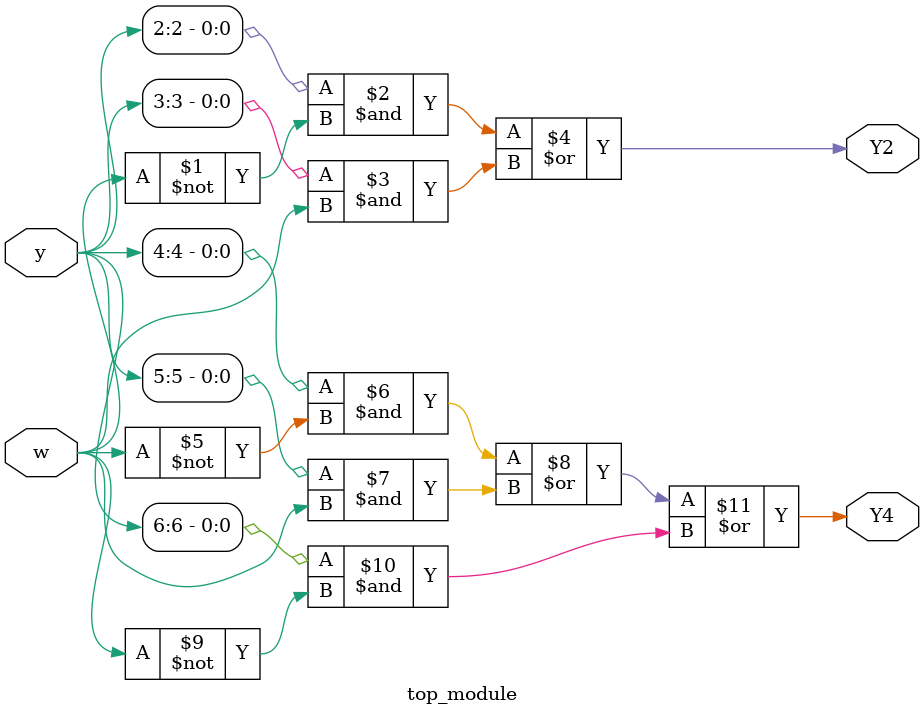
<source format=sv>
module top_module (
    input [6:1] y,
    input w,
    output Y2,
    output Y4
);

// Next-state logic for y[2] (state B and C)
assign Y2 = (y[2] & ~w) | (y[3] & w);

// Next-state logic for y[4] (state D, E, and F)
assign Y4 = (y[4] & ~w) | (y[5] & w) | (y[6] & ~w);

endmodule

</source>
